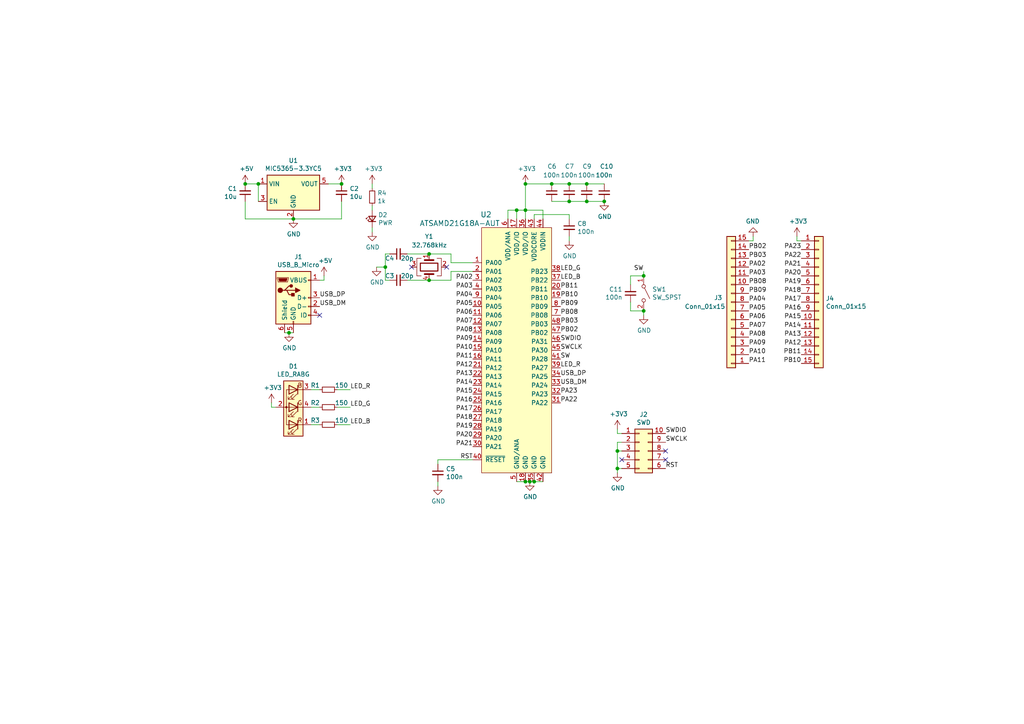
<source format=kicad_sch>
(kicad_sch (version 20231120) (generator "eeschema") (generator_version "8.0")
  (paper "A4")
  (lib_symbols
    (symbol "Connector:USB_B_Micro" (pin_names (offset 1.016))
      (property "Reference" "J" (at -5.08 11.43 0))
      (property "Value" "USB_B_Micro" (at -5.08 8.89 0))
      (symbol "USB_B_Micro_0_1"
        (rectangle (start -5.08 -7.62) (end 5.08 7.62) (stroke (width 0.254)) (fill (type background)))
        (circle (center -3.81 2.159) (radius 0.635) (stroke (width 0.254)) (fill (type outline)))
        (circle (center -0.635 3.429) (radius 0.381) (stroke (width 0.254)) (fill (type outline)))
        (rectangle (start -0.127 -7.62) (end 0.127 -6.858))
        (polyline (pts (xy -1.905 2.159) (xy 0.635 2.159)) (stroke (width 0.254)))
        (polyline (pts (xy -3.175 2.159) (xy -2.54 2.159) (xy -1.27 3.429) (xy -0.635 3.429)) (stroke (width 0.254)))
        (polyline (pts (xy -2.54 2.159) (xy -1.905 2.159) (xy -1.27 0.889) (xy 0 0.889)) (stroke (width 0.254)))
        (polyline (pts (xy 0.635 2.794) (xy 0.635 1.524) (xy 1.905 2.159) (xy 0.635 2.794)) (stroke (width 0.254)) (fill (type outline)))
        (polyline (pts (xy -4.318 5.588) (xy -1.778 5.588) (xy -2.032 4.826) (xy -4.064 4.826) (xy -4.318 5.588)) (fill (type outline)))
        (polyline (pts (xy -4.699 5.842) (xy -4.699 5.588) (xy -4.445 4.826) (xy -4.445 4.572) (xy -1.651 4.572) (xy -1.651 4.826) (xy -1.397 5.588) (xy -1.397 5.842) (xy -4.699 5.842)))
        (rectangle (start 0.254 1.27) (end -0.508 0.508) (stroke (width 0.254)) (fill (type outline)))
        (rectangle (start 5.08 -5.207) (end 4.318 -4.953))
        (rectangle (start 5.08 -2.667) (end 4.318 -2.413))
        (rectangle (start 5.08 -0.127) (end 4.318 0.127))
        (rectangle (start 5.08 4.953) (end 4.318 5.207))
      )
      (symbol "USB_B_Micro_1_1"
        (pin power_out line (at 7.62 5.08 180) (length 2.54) (name "VBUS") (number "1"))
        (pin bidirectional line (at 7.62 -2.54 180) (length 2.54) (name "D-") (number "2"))
        (pin bidirectional line (at 7.62 0 180) (length 2.54) (name "D+") (number "3"))
        (pin passive line (at 7.62 -5.08 180) (length 2.54) (name "ID") (number "4"))
        (pin power_out line (at 0 -10.16 90) (length 2.54) (name "GND") (number "5"))
        (pin passive line (at -2.54 -10.16 90) (length 2.54) (name "Shield") (number "6"))
      )
    )
    (symbol "Connector_Generic:Conn_01x15" (pin_names (offset 1.016) hide)
      (property "Reference" "J" (at 0 20.32 0))
      (property "Value" "Conn_01x15" (at 0 -20.32 0))
      (symbol "Conn_01x15_1_1"
        (rectangle (start -1.27 -17.653) (end 0 -17.907) (stroke (width 0.1524)))
        (rectangle (start -1.27 -15.113) (end 0 -15.367) (stroke (width 0.1524)))
        (rectangle (start -1.27 -12.573) (end 0 -12.827) (stroke (width 0.1524)))
        (rectangle (start -1.27 -10.033) (end 0 -10.287) (stroke (width 0.1524)))
        (rectangle (start -1.27 -7.493) (end 0 -7.747) (stroke (width 0.1524)))
        (rectangle (start -1.27 -4.953) (end 0 -5.207) (stroke (width 0.1524)))
        (rectangle (start -1.27 -2.413) (end 0 -2.667) (stroke (width 0.1524)))
        (rectangle (start -1.27 0.127) (end 0 -0.127) (stroke (width 0.1524)))
        (rectangle (start -1.27 2.667) (end 0 2.413) (stroke (width 0.1524)))
        (rectangle (start -1.27 5.207) (end 0 4.953) (stroke (width 0.1524)))
        (rectangle (start -1.27 7.747) (end 0 7.493) (stroke (width 0.1524)))
        (rectangle (start -1.27 10.287) (end 0 10.033) (stroke (width 0.1524)))
        (rectangle (start -1.27 12.827) (end 0 12.573) (stroke (width 0.1524)))
        (rectangle (start -1.27 15.367) (end 0 15.113) (stroke (width 0.1524)))
        (rectangle (start -1.27 17.907) (end 0 17.653) (stroke (width 0.1524)))
        (rectangle (start -1.27 19.05) (end 1.27 -19.05) (stroke (width 0.254)) (fill (type background)))
        (pin passive line (at -5.08 17.78 0) (length 3.81) (name "Pin_1") (number "1"))
        (pin passive line (at -5.08 -5.08 0) (length 3.81) (name "Pin_10") (number "10"))
        (pin passive line (at -5.08 -7.62 0) (length 3.81) (name "Pin_11") (number "11"))
        (pin passive line (at -5.08 -10.16 0) (length 3.81) (name "Pin_12") (number "12"))
        (pin passive line (at -5.08 -12.7 0) (length 3.81) (name "Pin_13") (number "13"))
        (pin passive line (at -5.08 -15.24 0) (length 3.81) (name "Pin_14") (number "14"))
        (pin passive line (at -5.08 -17.78 0) (length 3.81) (name "Pin_15") (number "15"))
        (pin passive line (at -5.08 15.24 0) (length 3.81) (name "Pin_2") (number "2"))
        (pin passive line (at -5.08 12.7 0) (length 3.81) (name "Pin_3") (number "3"))
        (pin passive line (at -5.08 10.16 0) (length 3.81) (name "Pin_4") (number "4"))
        (pin passive line (at -5.08 7.62 0) (length 3.81) (name "Pin_5") (number "5"))
        (pin passive line (at -5.08 5.08 0) (length 3.81) (name "Pin_6") (number "6"))
        (pin passive line (at -5.08 2.54 0) (length 3.81) (name "Pin_7") (number "7"))
        (pin passive line (at -5.08 0 0) (length 3.81) (name "Pin_8") (number "8"))
        (pin passive line (at -5.08 -2.54 0) (length 3.81) (name "Pin_9") (number "9"))
      )
    )
    (symbol "Connector_Generic:Conn_02x05_Counter_Clockwise" (pin_names (offset 1.016) hide)
      (property "Reference" "J" (at 1.27 7.62 0))
      (property "Value" "Conn_02x05_Counter_Clockwise" (at 1.27 -7.62 0))
      (symbol "Conn_02x05_Counter_Clockwise_1_1"
        (rectangle (start -1.27 -4.953) (end 0 -5.207) (stroke (width 0.1524)))
        (rectangle (start -1.27 -2.413) (end 0 -2.667) (stroke (width 0.1524)))
        (rectangle (start -1.27 0.127) (end 0 -0.127) (stroke (width 0.1524)))
        (rectangle (start -1.27 2.667) (end 0 2.413) (stroke (width 0.1524)))
        (rectangle (start -1.27 5.207) (end 0 4.953) (stroke (width 0.1524)))
        (rectangle (start -1.27 6.35) (end 3.81 -6.35) (stroke (width 0.254)) (fill (type background)))
        (rectangle (start 3.81 -4.953) (end 2.54 -5.207) (stroke (width 0.1524)))
        (rectangle (start 3.81 -2.413) (end 2.54 -2.667) (stroke (width 0.1524)))
        (rectangle (start 3.81 0.127) (end 2.54 -0.127) (stroke (width 0.1524)))
        (rectangle (start 3.81 2.667) (end 2.54 2.413) (stroke (width 0.1524)))
        (rectangle (start 3.81 5.207) (end 2.54 4.953) (stroke (width 0.1524)))
        (pin passive line (at -5.08 5.08 0) (length 3.81) (name "Pin_1") (number "1"))
        (pin passive line (at 7.62 5.08 180) (length 3.81) (name "Pin_10") (number "10"))
        (pin passive line (at -5.08 2.54 0) (length 3.81) (name "Pin_2") (number "2"))
        (pin passive line (at -5.08 0 0) (length 3.81) (name "Pin_3") (number "3"))
        (pin passive line (at -5.08 -2.54 0) (length 3.81) (name "Pin_4") (number "4"))
        (pin passive line (at -5.08 -5.08 0) (length 3.81) (name "Pin_5") (number "5"))
        (pin passive line (at 7.62 -5.08 180) (length 3.81) (name "Pin_6") (number "6"))
        (pin passive line (at 7.62 -2.54 180) (length 3.81) (name "Pin_7") (number "7"))
        (pin passive line (at 7.62 0 180) (length 3.81) (name "Pin_8") (number "8"))
        (pin passive line (at 7.62 2.54 180) (length 3.81) (name "Pin_9") (number "9"))
      )
    )
    (symbol "Device:C_Small" (pin_numbers hide) (pin_names (offset 0.254) hide)
      (property "Reference" "C" (at 0.254 1.778 0))
      (property "Value" "C_Small" (at 0.254 -2.032 0))
      (symbol "C_Small_0_1"
        (polyline (pts (xy -1.524 -0.508) (xy 1.524 -0.508)) (stroke (width 0.3302)))
        (polyline (pts (xy -1.524 0.508) (xy 1.524 0.508)) (stroke (width 0.3048)))
      )
      (symbol "C_Small_1_1"
        (pin passive line (at 0 2.54 270) (length 2.032) (name "~") (number "1"))
        (pin passive line (at 0 -2.54 90) (length 2.032) (name "~") (number "2"))
      )
    )
    (symbol "Device:Crystal_GND23" (pin_names (offset 1.016) hide)
      (property "Reference" "Y" (at 3.175 5.08 0))
      (property "Value" "Crystal_GND23" (at 3.175 3.175 0))
      (symbol "Crystal_GND23_0_1"
        (rectangle (start -1.143 2.54) (end 1.143 -2.54) (stroke (width 0.3048)))
        (polyline (pts (xy -2.54 0) (xy -2.032 0)))
        (polyline (pts (xy -2.032 -1.27) (xy -2.032 1.27)) (stroke (width 0.508)))
        (polyline (pts (xy 0 -3.81) (xy 0 -3.556)))
        (polyline (pts (xy 0 3.556) (xy 0 3.81)))
        (polyline (pts (xy 2.032 -1.27) (xy 2.032 1.27)) (stroke (width 0.508)))
        (polyline (pts (xy 2.032 0) (xy 2.54 0)))
        (polyline (pts (xy -2.54 -2.286) (xy -2.54 -3.556) (xy 2.54 -3.556) (xy 2.54 -2.286)))
        (polyline (pts (xy -2.54 2.286) (xy -2.54 3.556) (xy 2.54 3.556) (xy 2.54 2.286)))
      )
      (symbol "Crystal_GND23_1_1"
        (pin passive line (at -3.81 0 0) (length 1.27) (name "1") (number "1"))
        (pin passive line (at 0 5.08 270) (length 1.27) (name "2") (number "2"))
        (pin passive line (at 0 -5.08 90) (length 1.27) (name "3") (number "3"))
        (pin passive line (at 3.81 0 180) (length 1.27) (name "4") (number "4"))
      )
    )
    (symbol "Device:LED_RABG" (pin_names (offset 0) hide)
      (property "Reference" "D" (at 0 9.398 0))
      (property "Value" "LED_RABG" (at 0 -8.89 0))
      (symbol "LED_RABG_0_0"
        (text "B" (at -1.905 -6.35 0) (effects (font (size 1.27 1.27))))
        (text "G" (at -1.905 -1.27 0) (effects (font (size 1.27 1.27))))
        (text "R" (at -1.905 3.81 0) (effects (font (size 1.27 1.27))))
      )
      (symbol "LED_RABG_0_1"
        (polyline (pts (xy -1.27 -5.08) (xy -2.54 -5.08)))
        (polyline (pts (xy -1.27 -5.08) (xy 1.27 -5.08)))
        (polyline (pts (xy -1.27 -3.81) (xy -1.27 -6.35)) (stroke (width 0.254)))
        (polyline (pts (xy -1.27 0) (xy -2.54 0)))
        (polyline (pts (xy -1.27 1.27) (xy -1.27 -1.27)) (stroke (width 0.254)))
        (polyline (pts (xy -1.27 5.08) (xy -2.54 5.08)))
        (polyline (pts (xy -1.27 5.08) (xy 1.27 5.08)))
        (polyline (pts (xy -1.27 6.35) (xy -1.27 3.81)) (stroke (width 0.254)))
        (polyline (pts (xy 1.27 0) (xy -1.27 0)))
        (polyline (pts (xy 1.27 0) (xy 2.54 0)))
        (polyline (pts (xy -1.27 1.27) (xy -1.27 -1.27) (xy -1.27 -1.27)))
        (polyline (pts (xy -1.27 6.35) (xy -1.27 3.81) (xy -1.27 3.81)))
        (polyline (pts (xy 1.27 -5.08) (xy 2.032 -5.08) (xy 2.032 5.08) (xy 1.27 5.08)))
        (polyline (pts (xy 1.27 -3.81) (xy 1.27 -6.35) (xy -1.27 -5.08) (xy 1.27 -3.81)) (stroke (width 0.254)))
        (polyline (pts (xy 1.27 1.27) (xy 1.27 -1.27) (xy -1.27 0) (xy 1.27 1.27)) (stroke (width 0.254)))
        (polyline (pts (xy 1.27 6.35) (xy 1.27 3.81) (xy -1.27 5.08) (xy 1.27 6.35)) (stroke (width 0.254)))
        (polyline (pts (xy -1.016 -3.81) (xy 0.508 -2.286) (xy -0.254 -2.286) (xy 0.508 -2.286) (xy 0.508 -3.048)))
        (polyline (pts (xy -1.016 1.27) (xy 0.508 2.794) (xy -0.254 2.794) (xy 0.508 2.794) (xy 0.508 2.032)))
        (polyline (pts (xy -1.016 6.35) (xy 0.508 7.874) (xy -0.254 7.874) (xy 0.508 7.874) (xy 0.508 7.112)))
        (polyline (pts (xy 0 -3.81) (xy 1.524 -2.286) (xy 0.762 -2.286) (xy 1.524 -2.286) (xy 1.524 -3.048)))
        (polyline (pts (xy 0 1.27) (xy 1.524 2.794) (xy 0.762 2.794) (xy 1.524 2.794) (xy 1.524 2.032)))
        (polyline (pts (xy 0 6.35) (xy 1.524 7.874) (xy 0.762 7.874) (xy 1.524 7.874) (xy 1.524 7.112)))
        (rectangle (start 1.27 -1.27) (end 1.27 1.27))
        (rectangle (start 1.27 1.27) (end 1.27 1.27))
        (rectangle (start 1.27 3.81) (end 1.27 6.35))
        (rectangle (start 1.27 6.35) (end 1.27 6.35))
        (circle (center 2.032 0) (radius 0.254) (fill (type outline)))
        (rectangle (start 2.794 8.382) (end -2.794 -7.62) (stroke (width 0.254)) (fill (type background)))
      )
      (symbol "LED_RABG_1_1"
        (pin passive line (at -5.08 5.08 0) (length 2.54) (name "RK") (number "1"))
        (pin passive line (at 5.08 0 180) (length 2.54) (name "A") (number "2"))
        (pin passive line (at -5.08 -5.08 0) (length 2.54) (name "BK") (number "3"))
        (pin passive line (at -5.08 0 0) (length 2.54) (name "GK") (number "4"))
      )
    )
    (symbol "Device:LED_Small" (pin_numbers hide) (pin_names (offset 0.254) hide)
      (property "Reference" "D" (at -1.27 3.175 0))
      (property "Value" "LED_Small" (at -4.445 -2.54 0))
      (symbol "LED_Small_0_1"
        (polyline (pts (xy -0.762 -1.016) (xy -0.762 1.016)) (stroke (width 0.254)))
        (polyline (pts (xy 1.016 0) (xy -0.762 0)))
        (polyline (pts (xy 0.762 -1.016) (xy -0.762 0) (xy 0.762 1.016) (xy 0.762 -1.016)) (stroke (width 0.254)))
        (polyline (pts (xy 0 0.762) (xy -0.508 1.27) (xy -0.254 1.27) (xy -0.508 1.27) (xy -0.508 1.016)))
        (polyline (pts (xy 0.508 1.27) (xy 0 1.778) (xy 0.254 1.778) (xy 0 1.778) (xy 0 1.524)))
      )
      (symbol "LED_Small_1_1"
        (pin passive line (at -2.54 0 0) (length 1.778) (name "K") (number "1"))
        (pin passive line (at 2.54 0 180) (length 1.778) (name "A") (number "2"))
      )
    )
    (symbol "Device:R_Small" (pin_numbers hide) (pin_names (offset 0.254) hide)
      (property "Reference" "R" (at 0.762 0.508 0))
      (property "Value" "R_Small" (at 0.762 -1.016 0))
      (symbol "R_Small_0_1"
        (rectangle (start -0.762 1.778) (end 0.762 -1.778) (stroke (width 0.2032)))
      )
      (symbol "R_Small_1_1"
        (pin passive line (at 0 2.54 270) (length 0.762) (name "~") (number "1"))
        (pin passive line (at 0 -2.54 90) (length 0.762) (name "~") (number "2"))
      )
    )
    (symbol "Regulator_Linear:MIC5365-3.3YC5"
      (property "Reference" "U" (at -6.35 6.35 0))
      (property "Value" "MIC5365-3.3YC5" (at 0 6.35 0))
      (symbol "MIC5365-3.3YC5_0_1"
        (rectangle (start -7.62 -5.08) (end 7.62 5.08) (stroke (width 0.254)) (fill (type background)))
      )
      (symbol "MIC5365-3.3YC5_1_1"
        (pin power_in line (at -10.16 2.54 0) (length 2.54) (name "VIN") (number "1"))
        (pin power_in line (at 0 -7.62 90) (length 2.54) (name "GND") (number "2"))
        (pin input line (at -10.16 -2.54 0) (length 2.54) (name "EN") (number "3"))
        (pin no_connect line (at 7.62 -2.54 180) (length 2.54) hide (name "NC") (number "4"))
        (pin power_out line (at 10.16 2.54 180) (length 2.54) (name "VOUT") (number "5"))
      )
    )
    (symbol "Switch:SW_SPST" (pin_names (offset 0) hide)
      (property "Reference" "SW" (at 0 3.175 0))
      (property "Value" "SW_SPST" (at 0 -2.54 0))
      (symbol "SW_SPST_0_0"
        (circle (center -2.032 0) (radius 0.508))
        (polyline (pts (xy -1.524 0.254) (xy 1.524 1.778)))
        (circle (center 2.032 0) (radius 0.508))
      )
      (symbol "SW_SPST_1_1"
        (pin passive line (at -5.08 0 0) (length 2.54) (name "A") (number "1"))
        (pin passive line (at 5.08 0 180) (length 2.54) (name "B") (number "2"))
      )
    )
    (symbol "dk_Embedded-Microcontrollers:ATSAMD21G18A-AUT" (pin_names (offset 1.016))
      (property "Reference" "U" (at -10.16 39.37 0))
      (property "Value" "dk_Embedded-Microcontrollers_ATSAMD21G18A-AUT" (at 0 0 90))
      (symbol "ATSAMD21G18A-AUT_0_1"
        (rectangle (start -10.16 38.1) (end 10.16 -33.02) (fill (type background)))
      )
      (symbol "ATSAMD21G18A-AUT_1_1"
        (pin bidirectional line (at -12.7 27.94 0) (length 2.54) (name "PA00") (number "1"))
        (pin bidirectional line (at -12.7 15.24 0) (length 2.54) (name "PA05") (number "10"))
        (pin bidirectional line (at -12.7 12.7 0) (length 2.54) (name "PA06") (number "11"))
        (pin bidirectional line (at -12.7 10.16 0) (length 2.54) (name "PA07") (number "12"))
        (pin bidirectional line (at -12.7 7.62 0) (length 2.54) (name "PA08") (number "13"))
        (pin bidirectional line (at -12.7 5.08 0) (length 2.54) (name "PA09") (number "14"))
        (pin bidirectional line (at -12.7 2.54 0) (length 2.54) (name "PA10") (number "15"))
        (pin bidirectional line (at -12.7 0 0) (length 2.54) (name "PA11") (number "16"))
        (pin power_in line (at 0 40.64 270) (length 2.54) (name "VDD/IO") (number "17"))
        (pin power_in line (at 2.54 -35.56 90) (length 2.54) (name "GND") (number "18"))
        (pin bidirectional line (at 12.7 17.78 180) (length 2.54) (name "PB10") (number "19"))
        (pin bidirectional line (at -12.7 25.4 0) (length 2.54) (name "PA01") (number "2"))
        (pin bidirectional line (at 12.7 20.32 180) (length 2.54) (name "PB11") (number "20"))
        (pin bidirectional line (at -12.7 -2.54 0) (length 2.54) (name "PA12") (number "21"))
        (pin bidirectional line (at -12.7 -5.08 0) (length 2.54) (name "PA13") (number "22"))
        (pin bidirectional line (at -12.7 -7.62 0) (length 2.54) (name "PA14") (number "23"))
        (pin bidirectional line (at -12.7 -10.16 0) (length 2.54) (name "PA15") (number "24"))
        (pin bidirectional line (at -12.7 -12.7 0) (length 2.54) (name "PA16") (number "25"))
        (pin bidirectional line (at -12.7 -15.24 0) (length 2.54) (name "PA17") (number "26"))
        (pin bidirectional line (at -12.7 -17.78 0) (length 2.54) (name "PA18") (number "27"))
        (pin bidirectional line (at -12.7 -20.32 0) (length 2.54) (name "PA19") (number "28"))
        (pin bidirectional line (at -12.7 -22.86 0) (length 2.54) (name "PA20") (number "29"))
        (pin bidirectional line (at -12.7 22.86 0) (length 2.54) (name "PA02") (number "3"))
        (pin bidirectional line (at -12.7 -25.4 0) (length 2.54) (name "PA21") (number "30"))
        (pin bidirectional line (at 12.7 -12.7 180) (length 2.54) (name "PA22") (number "31"))
        (pin bidirectional line (at 12.7 -10.16 180) (length 2.54) (name "PA23") (number "32"))
        (pin bidirectional line (at 12.7 -7.62 180) (length 2.54) (name "PA24") (number "33"))
        (pin bidirectional line (at 12.7 -5.08 180) (length 2.54) (name "PA25") (number "34"))
        (pin power_in line (at 5.08 -35.56 90) (length 2.54) (name "GND") (number "35"))
        (pin power_in line (at 2.54 40.64 270) (length 2.54) (name "VDD/IO") (number "36"))
        (pin bidirectional line (at 12.7 22.86 180) (length 2.54) (name "PB22") (number "37"))
        (pin bidirectional line (at 12.7 25.4 180) (length 2.54) (name "PB23") (number "38"))
        (pin bidirectional line (at 12.7 -2.54 180) (length 2.54) (name "PA27") (number "39"))
        (pin bidirectional line (at -12.7 20.32 0) (length 2.54) (name "PA03") (number "4"))
        (pin input line (at -12.7 -29.21 0) (length 2.54) (name "~{RESET}") (number "40"))
        (pin bidirectional line (at 12.7 0 180) (length 2.54) (name "PA28") (number "41"))
        (pin power_in line (at 7.62 -35.56 90) (length 2.54) (name "GND") (number "42"))
        (pin power_in line (at 5.08 40.64 270) (length 2.54) (name "VDDCORE") (number "43"))
        (pin power_in line (at 7.62 40.64 270) (length 2.54) (name "VDDIN") (number "44"))
        (pin bidirectional line (at 12.7 2.54 180) (length 2.54) (name "PA30") (number "45"))
        (pin bidirectional line (at 12.7 5.08 180) (length 2.54) (name "PA31") (number "46"))
        (pin bidirectional line (at 12.7 7.62 180) (length 2.54) (name "PB02") (number "47"))
        (pin bidirectional line (at 12.7 10.16 180) (length 2.54) (name "PB03") (number "48"))
        (pin power_in line (at 0 -35.56 90) (length 2.54) (name "GND/ANA") (number "5"))
        (pin power_in line (at -2.54 40.64 270) (length 2.54) (name "VDD/ANA") (number "6"))
        (pin bidirectional line (at 12.7 12.7 180) (length 2.54) (name "PB08") (number "7"))
        (pin bidirectional line (at 12.7 15.24 180) (length 2.54) (name "PB09") (number "8"))
        (pin bidirectional line (at -12.7 17.78 0) (length 2.54) (name "PA04") (number "9"))
      )
    )
    (symbol "power:+3V3" (power) (pin_names (offset 0))
      (property "Value" "+3V3" (at 0 3.556 0))
      (symbol "+3V3_0_1"
        (polyline (pts (xy -0.762 1.27) (xy 0 2.54)))
        (polyline (pts (xy 0 0) (xy 0 2.54)))
        (polyline (pts (xy 0 2.54) (xy 0.762 1.27)))
      )
      (symbol "+3V3_1_1"
        (pin power_in line (at 0 0 90) (length 0) hide (name "+3V3") (number "1"))
      )
    )
    (symbol "power:+5V" (power) (pin_names (offset 0))
      (property "Value" "+5V" (at 0 3.556 0))
      (symbol "+5V_0_1"
        (polyline (pts (xy -0.762 1.27) (xy 0 2.54)))
        (polyline (pts (xy 0 0) (xy 0 2.54)))
        (polyline (pts (xy 0 2.54) (xy 0.762 1.27)))
      )
      (symbol "+5V_1_1"
        (pin power_in line (at 0 0 90) (length 0) hide (name "+5V") (number "1"))
      )
    )
    (symbol "power:GND" (power) (pin_names (offset 0))
      (property "Value" "GND" (at 0 -3.81 0))
      (symbol "GND_0_1"
        (polyline (pts (xy 0 0) (xy 0 -1.27) (xy 1.27 -1.27) (xy 0 -2.54) (xy -1.27 -1.27) (xy 0 -1.27)))
      )
      (symbol "GND_1_1"
        (pin power_in line (at 0 0 270) (length 0) hide (name "GND") (number "1"))
      )
    )
  )
  (junction (at 71.12 53.34))
  (junction (at 170.18 53.34))
  (junction (at 152.4 139.7))
  (junction (at 124.46 81.28))
  (junction (at 152.4 53.34))
  (junction (at 83.82 96.52))
  (junction (at 170.18 58.42))
  (junction (at 124.46 73.66))
  (junction (at 153.67 139.7))
  (junction (at 186.69 80.01))
  (junction (at 74.93 53.34))
  (junction (at 111.76 77.47))
  (junction (at 165.1 53.34))
  (junction (at 186.69 90.17))
  (junction (at 160.02 53.34))
  (junction (at 179.07 135.89))
  (junction (at 165.1 58.42))
  (junction (at 179.07 130.81))
  (junction (at 175.26 58.42))
  (junction (at 154.94 139.7))
  (junction (at 85.09 63.5))
  (junction (at 149.86 60.96))
  (junction (at 99.06 53.34))
  (junction (at 152.4 60.96))
  (no_connect (at 180.34 133.35))
  (no_connect (at 193.04 133.35))
  (no_connect (at 193.04 130.81))
  (no_connect (at 119.38 77.47))
  (no_connect (at 92.71 91.44))
  (no_connect (at 129.54 77.47))
  (wire (pts (xy 109.22 77.47) (xy 111.76 77.47)))
  (wire (pts (xy 179.07 124.46) (xy 179.07 125.73)))
  (wire (pts (xy 97.79 118.11) (xy 101.6 118.11)))
  (wire (pts (xy 152.4 53.34) (xy 160.02 53.34)))
  (wire (pts (xy 93.98 81.28) (xy 93.98 80.01)))
  (wire (pts (xy 165.1 58.42) (xy 160.02 58.42)))
  (wire (pts (xy 175.26 58.42) (xy 170.18 58.42)))
  (wire (pts (xy 179.07 137.16) (xy 179.07 135.89)))
  (wire (pts (xy 147.32 60.96) (xy 147.32 63.5)))
  (wire (pts (xy 179.07 128.27) (xy 180.34 128.27)))
  (wire (pts (xy 186.69 90.17) (xy 186.69 91.44)))
  (wire (pts (xy 179.07 135.89) (xy 179.07 130.81)))
  (wire (pts (xy 217.17 69.85) (xy 218.44 69.85)))
  (wire (pts (xy 90.17 113.03) (xy 92.71 113.03)))
  (wire (pts (xy 165.1 69.85) (xy 165.1 68.58)))
  (wire (pts (xy 154.94 139.7) (xy 157.48 139.7)))
  (wire (pts (xy 130.81 78.74) (xy 137.16 78.74)))
  (wire (pts (xy 165.1 53.34) (xy 160.02 53.34)))
  (wire (pts (xy 175.26 53.34) (xy 170.18 53.34)))
  (wire (pts (xy 124.46 73.66) (xy 130.81 73.66)))
  (wire (pts (xy 137.16 133.35) (xy 127 133.35)))
  (wire (pts (xy 154.94 62.23) (xy 154.94 63.5)))
  (wire (pts (xy 107.95 60.96) (xy 107.95 59.69)))
  (wire (pts (xy 124.46 81.28) (xy 130.81 81.28)))
  (wire (pts (xy 153.67 139.7) (xy 154.94 139.7)))
  (wire (pts (xy 97.79 113.03) (xy 101.6 113.03)))
  (wire (pts (xy 231.14 69.85) (xy 232.41 69.85)))
  (wire (pts (xy 218.44 69.85) (xy 218.44 68.58)))
  (wire (pts (xy 170.18 53.34) (xy 165.1 53.34)))
  (wire (pts (xy 180.34 130.81) (xy 179.07 130.81)))
  (wire (pts (xy 182.88 82.55) (xy 182.88 80.01)))
  (wire (pts (xy 71.12 53.34) (xy 74.93 53.34)))
  (wire (pts (xy 118.11 73.66) (xy 124.46 73.66)))
  (wire (pts (xy 165.1 63.5) (xy 165.1 62.23)))
  (wire (pts (xy 182.88 90.17) (xy 186.69 90.17)))
  (wire (pts (xy 152.4 139.7) (xy 153.67 139.7)))
  (wire (pts (xy 90.17 123.19) (xy 92.71 123.19)))
  (wire (pts (xy 111.76 73.66) (xy 113.03 73.66)))
  (wire (pts (xy 180.34 135.89) (xy 179.07 135.89)))
  (wire (pts (xy 113.03 81.28) (xy 111.76 81.28)))
  (wire (pts (xy 152.4 63.5) (xy 152.4 60.96)))
  (wire (pts (xy 152.4 60.96) (xy 157.48 60.96)))
  (wire (pts (xy 95.25 53.34) (xy 99.06 53.34)))
  (wire (pts (xy 127 133.35) (xy 127 134.62)))
  (wire (pts (xy 182.88 80.01) (xy 186.69 80.01)))
  (wire (pts (xy 107.95 54.61) (xy 107.95 53.34)))
  (wire (pts (xy 130.81 81.28) (xy 130.81 78.74)))
  (wire (pts (xy 147.32 60.96) (xy 149.86 60.96)))
  (wire (pts (xy 78.74 118.11) (xy 80.01 118.11)))
  (wire (pts (xy 107.95 66.04) (xy 107.95 67.31)))
  (wire (pts (xy 149.86 139.7) (xy 152.4 139.7)))
  (wire (pts (xy 149.86 60.96) (xy 152.4 60.96)))
  (wire (pts (xy 82.55 96.52) (xy 83.82 96.52)))
  (wire (pts (xy 99.06 58.42) (xy 99.06 63.5)))
  (wire (pts (xy 182.88 87.63) (xy 182.88 90.17)))
  (wire (pts (xy 179.07 125.73) (xy 180.34 125.73)))
  (wire (pts (xy 71.12 63.5) (xy 85.09 63.5)))
  (wire (pts (xy 130.81 73.66) (xy 130.81 76.2)))
  (wire (pts (xy 97.79 123.19) (xy 101.6 123.19)))
  (wire (pts (xy 179.07 130.81) (xy 179.07 128.27)))
  (wire (pts (xy 152.4 60.96) (xy 152.4 53.34)))
  (wire (pts (xy 186.69 78.74) (xy 186.69 80.01)))
  (wire (pts (xy 170.18 58.42) (xy 165.1 58.42)))
  (wire (pts (xy 74.93 58.42) (xy 74.93 53.34)))
  (wire (pts (xy 231.14 68.58) (xy 231.14 69.85)))
  (wire (pts (xy 149.86 63.5) (xy 149.86 60.96)))
  (wire (pts (xy 92.71 81.28) (xy 93.98 81.28)))
  (wire (pts (xy 157.48 60.96) (xy 157.48 63.5)))
  (wire (pts (xy 127 140.97) (xy 127 139.7)))
  (wire (pts (xy 78.74 116.84) (xy 78.74 118.11)))
  (wire (pts (xy 111.76 81.28) (xy 111.76 77.47)))
  (wire (pts (xy 99.06 63.5) (xy 85.09 63.5)))
  (wire (pts (xy 111.76 77.47) (xy 111.76 73.66)))
  (wire (pts (xy 71.12 58.42) (xy 71.12 63.5)))
  (wire (pts (xy 130.81 76.2) (xy 137.16 76.2)))
  (wire (pts (xy 83.82 96.52) (xy 85.09 96.52)))
  (wire (pts (xy 124.46 81.28) (xy 118.11 81.28)))
  (wire (pts (xy 92.71 118.11) (xy 90.17 118.11)))
  (wire (pts (xy 165.1 62.23) (xy 154.94 62.23)))
  (label "USB_DM" (at 162.56 111.76 0))
  (label "PA03" (at 217.17 80.01 0))
  (label "LED_R" (at 101.6 113.03 0))
  (label "PA10" (at 137.16 101.6 180))
  (label "SWCLK" (at 193.04 128.27 0))
  (label "PA13" (at 232.41 97.79 180))
  (label "PA06" (at 137.16 91.44 180))
  (label "PA12" (at 137.16 106.68 180))
  (label "PA21" (at 232.41 77.47 180))
  (label "PA08" (at 217.17 97.79 0))
  (label "PA22" (at 162.56 116.84 0))
  (label "SWDIO" (at 162.56 99.06 0))
  (label "PA23" (at 232.41 72.39 180))
  (label "SW" (at 186.69 78.74 180))
  (label "PA15" (at 137.16 114.3 180))
  (label "PA07" (at 217.17 95.25 0))
  (label "PB03" (at 217.17 74.93 0))
  (label "PA18" (at 232.41 85.09 180))
  (label "PA23" (at 162.56 114.3 0))
  (label "PA21" (at 137.16 129.54 180))
  (label "PA09" (at 137.16 99.06 180))
  (label "SW" (at 162.56 104.14 0))
  (label "PA14" (at 232.41 95.25 180))
  (label "PA18" (at 137.16 121.92 180))
  (label "LED_B" (at 162.56 81.28 0))
  (label "USB_DP" (at 92.71 86.36 0))
  (label "PA17" (at 232.41 87.63 180))
  (label "USB_DP" (at 162.56 109.22 0))
  (label "PB10" (at 162.56 86.36 0))
  (label "PA19" (at 232.41 82.55 180))
  (label "LED_G" (at 101.6 118.11 0))
  (label "PA04" (at 137.16 86.36 180))
  (label "PA07" (at 137.16 93.98 180))
  (label "PB02" (at 162.56 96.52 0))
  (label "SWCLK" (at 162.56 101.6 0))
  (label "PA13" (at 137.16 109.22 180))
  (label "PB11" (at 232.41 102.87 180))
  (label "PB03" (at 162.56 93.98 0))
  (label "LED_B" (at 101.6 123.19 0))
  (label "PA20" (at 137.16 127 180))
  (label "PB08" (at 162.56 91.44 0))
  (label "PA14" (at 137.16 111.76 180))
  (label "PA05" (at 137.16 88.9 180))
  (label "PA08" (at 137.16 96.52 180))
  (label "LED_R" (at 162.56 106.68 0))
  (label "PA15" (at 232.41 92.71 180))
  (label "PA16" (at 137.16 116.84 180))
  (label "PA02" (at 217.17 77.47 0))
  (label "PB11" (at 162.56 83.82 0))
  (label "RST" (at 193.04 135.89 0))
  (label "PB08" (at 217.17 82.55 0))
  (label "PA16" (at 232.41 90.17 180))
  (label "PA19" (at 137.16 124.46 180))
  (label "PA22" (at 232.41 74.93 180))
  (label "PA11" (at 217.17 105.41 0))
  (label "PB02" (at 217.17 72.39 0))
  (label "PA05" (at 217.17 90.17 0))
  (label "PA10" (at 217.17 102.87 0))
  (label "PA17" (at 137.16 119.38 180))
  (label "RST" (at 137.16 133.35 180))
  (label "PB09" (at 162.56 88.9 0))
  (label "PA02" (at 137.16 81.28 180))
  (label "PA03" (at 137.16 83.82 180))
  (label "SWDIO" (at 193.04 125.73 0))
  (label "PA12" (at 232.41 100.33 180))
  (label "PB09" (at 217.17 85.09 0))
  (label "PA06" (at 217.17 92.71 0))
  (label "LED_G" (at 162.56 78.74 0))
  (label "PA20" (at 232.41 80.01 180))
  (label "USB_DM" (at 92.71 88.9 0))
  (label "PA04" (at 217.17 87.63 0))
  (label "PA11" (at 137.16 104.14 180))
  (label "PA09" (at 217.17 100.33 0))
  (label "PB10" (at 232.41 105.41 180))
  (symbol (lib_id "dk_Embedded-Microcontrollers:ATSAMD21G18A-AUT") (at 149.86 104.14 0) (unit 1)
    (property "Reference" "U2" (at 140.97 62.23 0) (effects (font (size 1.524 1.524))))
    (property "Value" "ATSAMD21G18A-AUT" (at 133.35 64.77 0) (effects (font (size 1.524 1.524))))
    (property "Footprint" "Package_QFP:TQFP-48_7x7mm_P0.5mm" (effects (hide yes)))
    (property "Datasheet" "http://www.microchip.com/mymicrochip/filehandler.aspx?ddocname=en605782" (effects (hide yes)))
    (property "Description" "IC MCU 32BIT 256KB FLASH 48TQFP" (effects (hide yes)))
    (property "Digi-Key_PN" "ATSAMD21G18A-AUTCT-ND" (effects (hide yes)))
    (property "MPN" "ATSAMD21G18A-AUT" (effects (hide yes)))
    (property "Category" "Integrated Circuits (ICs)" (effects (hide yes)))
    (property "Family" "Embedded - Microcontrollers" (effects (hide yes)))
    (property "DK_Datasheet_Link" "http://www.microchip.com/mymicrochip/filehandler.aspx?ddocname=en605782" (effects (hide yes)))
    (property "DK_Detail_Page" "/product-detail/en/microchip-technology/ATSAMD21G18A-AUT/ATSAMD21G18A-AUTCT-ND/4878879" (effects (hide yes)))
    (property "Manufacturer" "Microchip Technology" (effects (hide yes)))
    (property "Status" "Active" (effects (hide yes)))
  )
  (symbol (lib_id "Device:C_Small") (at 115.57 81.28 90) (unit 1)
    (property "Reference" "C3" (at 113.03 80.01 90))
    (property "Value" "20p" (at 118.11 80.01 90))
    (property "Footprint" "Capacitor_SMD:C_0603_1608Metric" (effects (hide yes)))
  )
  (symbol (lib_id "Device:C_Small") (at 115.57 73.66 90) (unit 1)
    (property "Reference" "C4" (at 113.03 74.93 90))
    (property "Value" "20p" (at 118.11 74.93 90))
    (property "Footprint" "Capacitor_SMD:C_0603_1608Metric" (effects (hide yes)))
  )
  (symbol (lib_id "power:GND") (at 109.22 77.47 0) (unit 1)
    (property "Reference" "#PWR09" (effects (hide yes)))
    (property "Value" "GND" (at 109.347 81.8642 0))
  )
  (symbol (lib_id "Device:C_Small") (at 160.02 55.88 0) (unit 1)
    (property "Reference" "C6" (at 158.75 48.26 0) (effects (justify left)))
    (property "Value" "100n" (at 157.48 50.8 0) (effects (justify left)))
    (property "Footprint" "Capacitor_SMD:C_0805_2012Metric" (effects (hide yes)))
  )
  (symbol (lib_id "Device:C_Small") (at 165.1 55.88 0) (unit 1)
    (property "Reference" "C7" (at 163.83 48.26 0) (effects (justify left)))
    (property "Value" "100n" (at 162.56 50.8 0) (effects (justify left)))
    (property "Footprint" "Capacitor_SMD:C_0805_2012Metric" (effects (hide yes)))
  )
  (symbol (lib_id "Device:C_Small") (at 170.18 55.88 0) (unit 1)
    (property "Reference" "C9" (at 168.91 48.26 0) (effects (justify left)))
    (property "Value" "100n" (at 167.64 50.8 0) (effects (justify left)))
    (property "Footprint" "Capacitor_SMD:C_0805_2012Metric" (effects (hide yes)))
  )
  (symbol (lib_id "Device:C_Small") (at 175.26 55.88 0) (unit 1)
    (property "Reference" "C10" (at 173.99 48.26 0) (effects (justify left)))
    (property "Value" "100n" (at 172.72 50.8 0) (effects (justify left)))
    (property "Footprint" "Capacitor_SMD:C_0805_2012Metric" (effects (hide yes)))
  )
  (symbol (lib_id "Device:C_Small") (at 165.1 66.04 0) (unit 1)
    (property "Reference" "C8" (at 167.4368 64.8716 0) (effects (justify left)))
    (property "Value" "100n" (at 167.4368 67.183 0) (effects (justify left)))
    (property "Footprint" "Capacitor_SMD:C_0805_2012Metric" (effects (hide yes)))
  )
  (symbol (lib_id "power:GND") (at 165.1 69.85 0) (unit 1)
    (property "Reference" "#PWR014" (effects (hide yes)))
    (property "Value" "GND" (at 165.227 74.2442 0))
  )
  (symbol (lib_id "power:GND") (at 175.26 58.42 0) (unit 1)
    (property "Reference" "#PWR015" (effects (hide yes)))
    (property "Value" "GND" (at 175.387 62.8142 0))
  )
  (symbol (lib_id "power:+3V3") (at 152.4 53.34 0) (unit 1)
    (property "Reference" "#PWR012" (effects (hide yes)))
    (property "Value" "+3V3" (at 152.781 48.9458 0))
  )
  (symbol (lib_id "power:GND") (at 153.67 139.7 0) (unit 1)
    (property "Reference" "#PWR013" (effects (hide yes)))
    (property "Value" "GND" (at 153.797 144.0942 0))
  )
  (symbol (lib_id "Regulator_Linear:MIC5365-3.3YC5") (at 85.09 55.88 0) (unit 1)
    (property "Reference" "U1" (at 85.09 46.5582 0))
    (property "Value" "MIC5365-3.3YC5" (at 85.09 48.8696 0))
    (property "Footprint" "Package_TO_SOT_SMD:SOT-353_SC-70-5" (effects (hide yes)))
    (property "Datasheet" "http://ww1.microchip.com/downloads/en/DeviceDoc/mic5365.pdf" (effects (hide yes)))
  )
  (symbol (lib_id "Device:C_Small") (at 71.12 55.88 0) (mirror x) (unit 1)
    (property "Reference" "C1" (at 68.7832 54.7116 0) (effects (justify right)))
    (property "Value" "10u" (at 68.7832 57.023 0) (effects (justify right)))
    (property "Footprint" "Capacitor_SMD:C_0805_2012Metric" (effects (hide yes)))
  )
  (symbol (lib_id "Device:C_Small") (at 99.06 55.88 0) (mirror y) (unit 1)
    (property "Reference" "C2" (at 101.3968 54.7116 0) (effects (justify right)))
    (property "Value" "10u" (at 101.3968 57.023 0) (effects (justify right)))
    (property "Footprint" "Capacitor_SMD:C_0805_2012Metric" (effects (hide yes)))
  )
  (symbol (lib_id "power:GND") (at 85.09 63.5 0) (unit 1)
    (property "Reference" "#PWR04" (effects (hide yes)))
    (property "Value" "GND" (at 85.217 67.8942 0))
  )
  (symbol (lib_id "power:+3V3") (at 99.06 53.34 0) (unit 1)
    (property "Reference" "#PWR06" (effects (hide yes)))
    (property "Value" "+3V3" (at 99.441 48.9458 0))
  )
  (symbol (lib_id "power:+5V") (at 71.12 53.34 0) (unit 1)
    (property "Reference" "#PWR01" (effects (hide yes)))
    (property "Value" "+5V" (at 71.501 48.9458 0))
  )
  (symbol (lib_id "Device:C_Small") (at 127 137.16 0) (unit 1)
    (property "Reference" "C5" (at 129.3368 135.9916 0) (effects (justify left)))
    (property "Value" "100n" (at 129.3368 138.303 0) (effects (justify left)))
    (property "Footprint" "Capacitor_SMD:C_0805_2012Metric" (effects (hide yes)))
  )
  (symbol (lib_id "power:GND") (at 127 140.97 0) (unit 1)
    (property "Reference" "#PWR011" (effects (hide yes)))
    (property "Value" "GND" (at 127.127 145.3642 0))
  )
  (symbol (lib_id "power:+3V3") (at 78.74 116.84 0) (unit 1)
    (property "Reference" "#PWR02" (effects (hide yes)))
    (property "Value" "+3V3" (at 79.121 112.4458 0))
  )
  (symbol (lib_id "Connector_Generic:Conn_02x05_Counter_Clockwise") (at 185.42 130.81 0) (unit 1)
    (property "Reference" "J2" (at 186.69 120.2182 0))
    (property "Value" "SWD" (at 186.69 122.5296 0))
    (property "Footprint" "Connector:Tag-Connect_TC2050-IDC-NL_2x05_P1.27mm_Vertical" (effects (hide yes)))
  )
  (symbol (lib_id "power:+3V3") (at 179.07 124.46 0) (unit 1)
    (property "Reference" "#PWR016" (effects (hide yes)))
    (property "Value" "+3V3" (at 179.451 120.0658 0))
  )
  (symbol (lib_id "power:GND") (at 179.07 137.16 0) (unit 1)
    (property "Reference" "#PWR017" (effects (hide yes)))
    (property "Value" "GND" (at 179.197 141.5542 0))
  )
  (symbol (lib_id "Connector:USB_B_Micro") (at 85.09 86.36 0) (unit 1)
    (property "Reference" "J1" (at 86.5378 74.4982 0))
    (property "Value" "USB_B_Micro" (at 86.5378 76.8096 0))
    (property "Footprint" "Connector_USB:USB_Micro-B_Amphenol_10103594-0001LF_Horizontal" (effects (hide yes)))
  )
  (symbol (lib_id "power:+5V") (at 93.98 80.01 0) (unit 1)
    (property "Reference" "#PWR05" (effects (hide yes)))
    (property "Value" "+5V" (at 94.361 75.6158 0))
  )
  (symbol (lib_id "power:GND") (at 83.82 96.52 0) (unit 1)
    (property "Reference" "#PWR03" (effects (hide yes)))
    (property "Value" "GND" (at 83.947 100.9142 0))
  )
  (symbol (lib_id "Device:LED_RABG") (at 85.09 118.11 180) (unit 1)
    (property "Reference" "D1" (at 85.09 106.2482 0))
    (property "Value" "LED_RABG" (at 85.09 108.5596 0))
    (property "Footprint" "Resistor_SMD:R_Array_Convex_2x0606" (effects (hide yes)))
  )
  (symbol (lib_id "Device:R_Small") (at 95.25 113.03 270) (unit 1)
    (property "Reference" "R1" (at 91.44 111.76 90))
    (property "Value" "150" (at 99.06 111.76 90))
    (property "Footprint" "Resistor_SMD:R_0603_1608Metric" (effects (hide yes)))
  )
  (symbol (lib_id "Device:R_Small") (at 95.25 118.11 270) (unit 1)
    (property "Reference" "R2" (at 91.44 116.84 90))
    (property "Value" "150" (at 99.06 116.84 90))
    (property "Footprint" "Resistor_SMD:R_0603_1608Metric" (effects (hide yes)))
  )
  (symbol (lib_id "Device:R_Small") (at 95.25 123.19 270) (unit 1)
    (property "Reference" "R3" (at 91.44 121.92 90))
    (property "Value" "150" (at 99.06 121.92 90))
    (property "Footprint" "Resistor_SMD:R_0603_1608Metric" (effects (hide yes)))
  )
  (symbol (lib_id "power:+3V3") (at 107.95 53.34 0) (unit 1)
    (property "Reference" "#PWR07" (effects (hide yes)))
    (property "Value" "+3V3" (at 108.331 48.9458 0))
  )
  (symbol (lib_id "Device:R_Small") (at 107.95 57.15 0) (unit 1)
    (property "Reference" "R4" (at 109.4486 55.9816 0) (effects (justify left)))
    (property "Value" "1k" (at 109.4486 58.293 0) (effects (justify left)))
    (property "Footprint" "Resistor_SMD:R_0603_1608Metric" (effects (hide yes)))
  )
  (symbol (lib_id "Device:LED_Small") (at 107.95 63.5 90) (unit 1)
    (property "Reference" "D2" (at 109.6772 62.3316 90) (effects (justify right)))
    (property "Value" "PWR" (at 109.6772 64.643 90) (effects (justify right)))
    (property "Footprint" "LED_SMD:LED_0603_1608Metric" (effects (hide yes)))
  )
  (symbol (lib_id "power:GND") (at 107.95 67.31 0) (unit 1)
    (property "Reference" "#PWR08" (effects (hide yes)))
    (property "Value" "GND" (at 108.077 71.7042 0))
  )
  (symbol (lib_id "Connector_Generic:Conn_01x15") (at 237.49 87.63 0) (unit 1)
    (property "Reference" "J4" (at 239.522 86.5632 0) (effects (justify left)))
    (property "Value" "Conn_01x15" (at 239.522 88.8746 0) (effects (justify left)))
    (property "Footprint" "Connector_PinHeader_2.54mm:PinHeader_1x15_P2.54mm_Vertical" (effects (hide yes)))
  )
  (symbol (lib_id "Connector_Generic:Conn_01x15") (at 212.09 87.63 180) (unit 1)
    (property "Reference" "J3" (at 208.28 86.36 0))
    (property "Value" "Conn_01x15" (at 204.47 88.9 0))
    (property "Footprint" "Connector_PinHeader_2.54mm:PinHeader_1x15_P2.54mm_Vertical" (effects (hide yes)))
  )
  (symbol (lib_id "power:+3V3") (at 231.14 68.58 0) (unit 1)
    (property "Reference" "#PWR019" (effects (hide yes)))
    (property "Value" "+3V3" (at 231.521 64.1858 0))
  )
  (symbol (lib_id "power:GND") (at 218.44 68.58 180) (unit 1)
    (property "Reference" "#PWR020" (effects (hide yes)))
    (property "Value" "GND" (at 218.313 64.1858 0))
  )
  (symbol (lib_id "Switch:SW_SPST") (at 186.69 85.09 270) (unit 1)
    (property "Reference" "SW1" (at 189.1792 83.9216 90) (effects (justify left)))
    (property "Value" "SW_SPST" (at 189.1792 86.233 90) (effects (justify left)))
    (property "Footprint" "Button_Switch_SMD:SW_SPST_SKQG_WithoutStem" (effects (hide yes)))
  )
  (symbol (lib_id "power:GND") (at 186.69 91.44 0) (unit 1)
    (property "Reference" "#PWR0101" (effects (hide yes)))
    (property "Value" "GND" (at 186.817 95.8342 0))
  )
  (symbol (lib_id "Device:C_Small") (at 182.88 85.09 0) (mirror x) (unit 1)
    (property "Reference" "C11" (at 180.5432 83.9216 0) (effects (justify right)))
    (property "Value" "100n" (at 180.5432 86.233 0) (effects (justify right)))
    (property "Footprint" "Capacitor_SMD:C_0805_2012Metric" (effects (hide yes)))
  )
  (symbol (lib_id "Device:Crystal_GND23") (at 124.46 77.47 270) (unit 1)
    (property "Reference" "Y1" (at 123.19 68.58 90) (effects (justify left)))
    (property "Value" "32.768kHz" (at 119.38 71.12 90) (effects (justify left)))
    (property "Footprint" "Crystal:Crystal_SMD_SeikoEpson_MC306-4Pin_8.0x3.2mm" (effects (hide yes)))
  )
)
</source>
